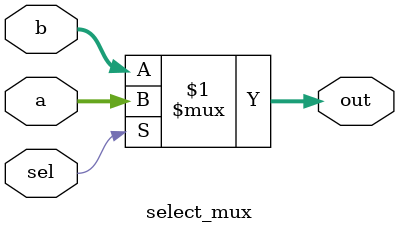
<source format=v>
`timescale 1ns / 1ps


module select_mux(input [7:0] a, input [7:0] b, input sel,output [7:0] out );
    assign out = sel ? a : b;
endmodule

</source>
